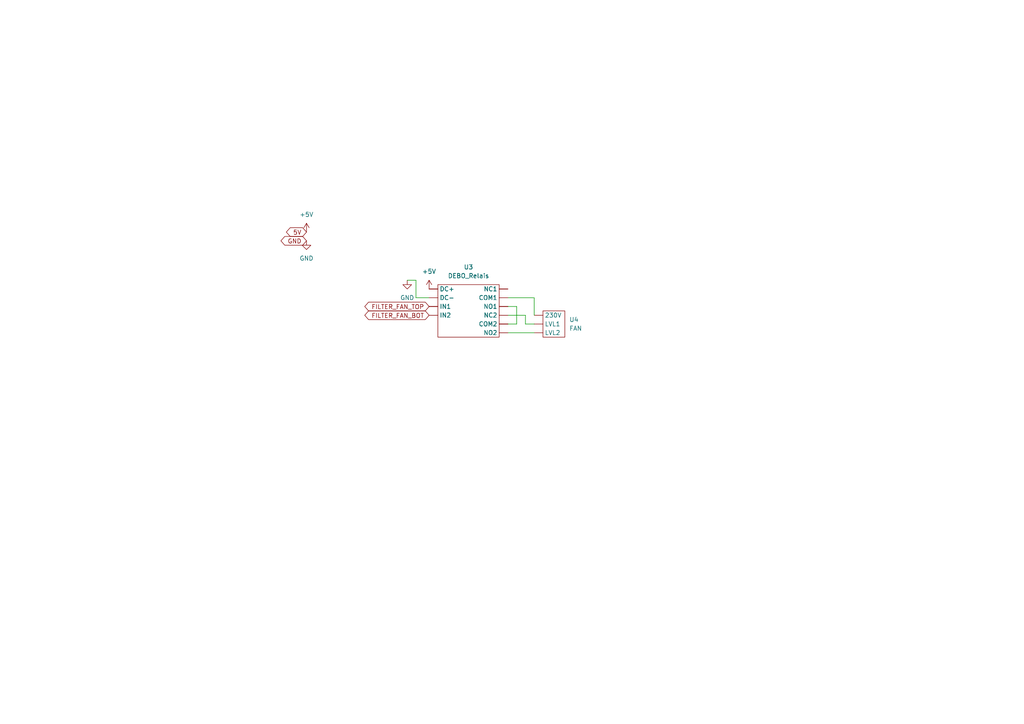
<source format=kicad_sch>
(kicad_sch (version 20211123) (generator eeschema)
  (paper "A4")
  (lib_symbols
    (symbol "Motor:FAN"
      (property "Reference" "U" (at 1.27 3.81 0))
      (property "Value" "FAN" (at 2.54 1.27 0))
      (symbol "FAN_0_1"
        (rectangle (start 0 0) (end 6.35 -7.62))
      )
      (symbol "FAN_1_1"
        (pin bidirectional line (at -2.54 -1.27 0) (length 2.54) (name "230V") (number ""))
        (pin bidirectional line (at -2.54 -3.81 0) (length 2.54) (name "LVL1") (number ""))
        (pin bidirectional line (at -2.54 -6.35 0) (length 2.54) (name "LVL2") (number ""))
      )
    )
    (symbol "Relay:DEBO_Relais"
      (property "Reference" "U" (at 1.27 3.81 0))
      (property "Value" "DEBO_Relais" (at 6.35 1.27 0))
      (symbol "DEBO_Relais_0_1"
        (rectangle (start 0 0) (end 17.78 -15.24))
      )
      (symbol "DEBO_Relais_1_1"
        (pin input line (at 20.32 -3.81 180) (length 2.54) (name "COM1") (number ""))
        (pin input line (at 20.32 -11.43 180) (length 2.54) (name "COM2") (number ""))
        (pin input line (at -2.54 -1.27 0) (length 2.54) (name "DC+") (number ""))
        (pin input line (at -2.54 -3.81 0) (length 2.54) (name "DC-") (number ""))
        (pin input line (at -2.54 -6.35 0) (length 2.54) (name "IN1") (number ""))
        (pin input line (at -2.54 -8.89 0) (length 2.54) (name "IN2") (number ""))
        (pin output line (at 20.32 -1.27 180) (length 2.54) (name "NC1") (number ""))
        (pin output line (at 20.32 -8.89 180) (length 2.54) (name "NC2") (number ""))
        (pin output line (at 20.32 -6.35 180) (length 2.54) (name "NO1") (number ""))
        (pin output line (at 20.32 -13.97 180) (length 2.54) (name "NO2") (number ""))
      )
    )
    (symbol "power:+5V" (power) (pin_names (offset 0))
      (property "Value" "+5V" (at 0 3.556 0))
      (symbol "+5V_0_1"
        (polyline (pts (xy -0.762 1.27) (xy 0 2.54)))
        (polyline (pts (xy 0 0) (xy 0 2.54)))
        (polyline (pts (xy 0 2.54) (xy 0.762 1.27)))
      )
      (symbol "+5V_1_1"
        (pin power_in line (at 0 0 90) (length 0) hide (name "+5V") (number "1"))
      )
    )
    (symbol "power:GND" (power) (pin_names (offset 0))
      (property "Value" "GND" (at 0 -3.81 0))
      (symbol "GND_0_1"
        (polyline (pts (xy 0 0) (xy 0 -1.27) (xy 1.27 -1.27) (xy 0 -2.54) (xy -1.27 -1.27) (xy 0 -1.27)))
      )
      (symbol "GND_1_1"
        (pin power_in line (at 0 0 270) (length 0) hide (name "GND") (number "1"))
      )
    )
  )
  (wire (pts (xy 147.32 86.36) (xy 154.94 86.36)))
  (wire (pts (xy 120.65 86.36) (xy 120.65 81.28)))
  (wire (pts (xy 147.32 96.52) (xy 154.94 96.52)))
  (wire (pts (xy 149.86 88.9) (xy 149.86 93.98)))
  (wire (pts (xy 152.4 93.98) (xy 154.94 93.98)))
  (wire (pts (xy 147.32 88.9) (xy 149.86 88.9)))
  (wire (pts (xy 147.32 91.44) (xy 152.4 91.44)))
  (wire (pts (xy 147.32 93.98) (xy 149.86 93.98)))
  (wire (pts (xy 120.65 81.28) (xy 118.11 81.28)))
  (wire (pts (xy 152.4 91.44) (xy 152.4 93.98)))
  (wire (pts (xy 154.94 86.36) (xy 154.94 91.44)))
  (wire (pts (xy 124.46 86.36) (xy 120.65 86.36)))
  (global_label "GND" (shape bidirectional) (at 88.9 69.85 180) (property "Intersheet References" "${INTERSHEET_REFS}" (effects hide)))
  (global_label "FILTER_FAN_BOT" (shape bidirectional) (at 124.46 91.44 180) (property "Intersheet References" "${INTERSHEET_REFS}" (effects hide)))
  (global_label "FILTER_FAN_TOP" (shape bidirectional) (at 124.46 88.9 180) (property "Intersheet References" "${INTERSHEET_REFS}" (effects hide)))
  (global_label "5V" (shape bidirectional) (at 88.9 67.31 180) (property "Intersheet References" "${INTERSHEET_REFS}" (effects hide)))
  (symbol (lib_id "power:+5V") (at 124.46 83.82 0) (unit 1)
    (property "Reference" "#PWR?" (effects hide))
    (property "Value" "+5V" (at 124.46 78.74 0))
  )
  (symbol (lib_id "power:GND") (at 88.9 69.85 0) (unit 1)
    (property "Reference" "#PWR?" (effects hide))
    (property "Value" "GND" (at 88.9 74.93 0))
  )
  (symbol (lib_id "power:+5V") (at 88.9 67.31 0) (unit 1)
    (property "Reference" "#PWR?" (effects hide))
    (property "Value" "+5V" (at 88.9 62.23 0))
  )
  (symbol (lib_id "power:GND") (at 118.11 81.28 0) (unit 1)
    (property "Reference" "#PWR?" (effects hide))
    (property "Value" "GND" (at 118.11 86.36 0))
  )
  (symbol (lib_id "Motor:FAN") (at 157.48 90.17 0) (unit 1)
    (property "Reference" "U4" (at 165.1 92.7099 0) (effects (justify left)))
    (property "Value" "FAN" (at 165.1 95.2499 0) (effects (justify left)))
  )
  (symbol (lib_id "Relay:DEBO_Relais") (at 127 82.55 0) (unit 1)
    (property "Reference" "U3" (at 135.89 77.47 0))
    (property "Value" "DEBO_Relais" (at 135.89 80.01 0))
  )
)
</source>
